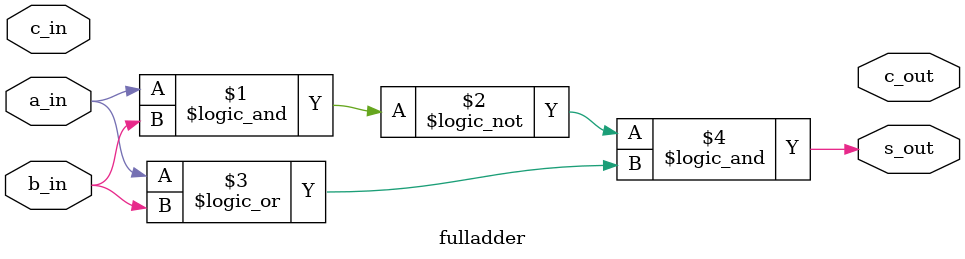
<source format=v>
`timescale 1ns / 1ps


module fulladder(
    input a_in,
    input b_in,
    input c_in,
    output s_out,
    output c_out
    );

assign s_out = (!(a_in && b_in))&&(a_in||b_in);

endmodule

</source>
